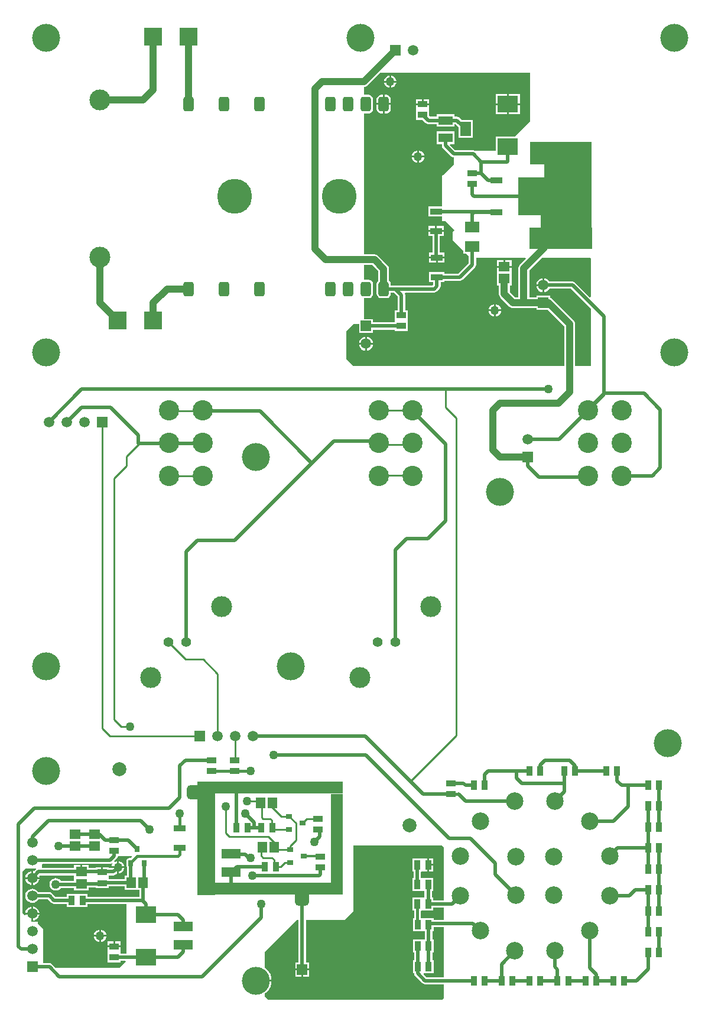
<source format=gtl>
G04*
G04 #@! TF.GenerationSoftware,Altium Limited,CircuitStudio,1.5.2 (30)*
G04*
G04 Layer_Physical_Order=1*
G04 Layer_Color=11767835*
%FSLAX25Y25*%
%MOIN*%
G70*
G01*
G75*
%ADD10R,0.07087X0.03543*%
%ADD11R,0.24410X0.21457*%
%ADD12R,0.11417X0.09449*%
%ADD13R,0.05315X0.03740*%
%ADD14R,0.06693X0.03740*%
G04:AMPARAMS|DCode=15|XSize=78.74mil|YSize=78.74mil|CornerRadius=19.69mil|HoleSize=0mil|Usage=FLASHONLY|Rotation=270.000|XOffset=0mil|YOffset=0mil|HoleType=Round|Shape=RoundedRectangle|*
%AMROUNDEDRECTD15*
21,1,0.07874,0.03937,0,0,270.0*
21,1,0.03937,0.07874,0,0,270.0*
1,1,0.03937,-0.01969,-0.01969*
1,1,0.03937,-0.01969,0.01969*
1,1,0.03937,0.01969,0.01969*
1,1,0.03937,0.01969,-0.01969*
%
%ADD15ROUNDEDRECTD15*%
%ADD16R,0.05512X0.06102*%
%ADD17R,0.06102X0.05512*%
%ADD18R,0.03740X0.05315*%
%ADD19R,0.11024X0.05512*%
G04:AMPARAMS|DCode=20|XSize=29.92mil|YSize=35.43mil|CornerRadius=7.48mil|HoleSize=0mil|Usage=FLASHONLY|Rotation=0.000|XOffset=0mil|YOffset=0mil|HoleType=Round|Shape=RoundedRectangle|*
%AMROUNDEDRECTD20*
21,1,0.02992,0.02047,0,0,0.0*
21,1,0.01496,0.03543,0,0,0.0*
1,1,0.01496,0.00748,-0.01024*
1,1,0.01496,-0.00748,-0.01024*
1,1,0.01496,-0.00748,0.01024*
1,1,0.01496,0.00748,0.01024*
%
%ADD20ROUNDEDRECTD20*%
%ADD21R,0.06299X0.07874*%
%ADD22R,0.07874X0.05118*%
G04:AMPARAMS|DCode=23|XSize=59.06mil|YSize=82.68mil|CornerRadius=14.76mil|HoleSize=0mil|Usage=FLASHONLY|Rotation=0.000|XOffset=0mil|YOffset=0mil|HoleType=Round|Shape=RoundedRectangle|*
%AMROUNDEDRECTD23*
21,1,0.05906,0.05315,0,0,0.0*
21,1,0.02953,0.08268,0,0,0.0*
1,1,0.02953,0.01476,-0.02658*
1,1,0.02953,-0.01476,-0.02658*
1,1,0.02953,-0.01476,0.02658*
1,1,0.02953,0.01476,0.02658*
%
%ADD23ROUNDEDRECTD23*%
%ADD24R,0.07874X0.05906*%
%ADD25R,0.03543X0.03150*%
%ADD26C,0.02000*%
%ADD27C,0.03937*%
%ADD28C,0.04000*%
%ADD29C,0.01000*%
%ADD30C,0.01500*%
%ADD31C,0.01181*%
%ADD32R,0.35000X0.13000*%
%ADD33R,0.27000X0.36000*%
%ADD34R,0.35177X0.12224*%
%ADD35R,0.10000X0.64000*%
%ADD36R,0.82000X0.07000*%
%ADD37R,0.07000X0.55000*%
%ADD38R,0.73000X0.07000*%
%ADD39R,0.05906X0.05906*%
%ADD40C,0.05906*%
%ADD41R,0.05906X0.05906*%
%ADD42C,0.11417*%
%ADD43C,0.11811*%
%ADD44C,0.05512*%
%ADD45C,0.15748*%
%ADD46R,0.09843X0.09843*%
%ADD47R,0.09843X0.09843*%
%ADD48C,0.19685*%
%ADD49C,0.09843*%
%ADD50C,0.07874*%
%ADD51C,0.05000*%
G36*
X292500Y504114D02*
X283913Y495528D01*
X273291D01*
Y487500D01*
X261572Y487500D01*
X261280Y487695D01*
X260500Y487850D01*
X250345D01*
X247326Y490869D01*
X247517Y491331D01*
X249728D01*
Y498449D01*
X239854D01*
Y491331D01*
X242752D01*
Y490520D01*
X242907Y489739D01*
X243349Y489078D01*
X248058Y484369D01*
X248720Y483927D01*
X249500Y483772D01*
Y480000D01*
X243500Y474000D01*
X243000Y473500D01*
Y456193D01*
X235154D01*
Y450453D01*
X243000D01*
Y448000D01*
X245000D01*
X250000Y443000D01*
X249000Y442000D01*
X249000Y437024D01*
X254906Y431118D01*
Y429512D01*
X256512D01*
X257961Y428063D01*
Y424156D01*
X252144Y418338D01*
X244346D01*
Y419169D01*
X235653D01*
Y413429D01*
X237961D01*
Y412156D01*
X237549Y411744D01*
X214001D01*
Y412362D01*
X213809Y413328D01*
X213262Y414148D01*
X212994Y414326D01*
Y420905D01*
X212892Y421680D01*
X212717Y422104D01*
X212593Y422403D01*
X212117Y423023D01*
X206842Y428298D01*
X206222Y428774D01*
X205711Y428986D01*
X205499Y429073D01*
X204724Y429175D01*
X199000D01*
Y508735D01*
X201476D01*
X202443Y508927D01*
X203262Y509475D01*
X203809Y510294D01*
X204001Y511260D01*
Y516575D01*
X203809Y517541D01*
X203262Y518360D01*
X202443Y518907D01*
X201476Y519100D01*
X199000D01*
Y523604D01*
X199594Y523683D01*
X199805Y523770D01*
X200316Y523982D01*
X200936Y524458D01*
X207975Y531496D01*
X292500D01*
X292500Y504114D01*
D02*
G37*
G36*
X207006Y419665D02*
Y414326D01*
X206738Y414148D01*
X206191Y413328D01*
X205999Y412362D01*
Y407047D01*
X206191Y406081D01*
X206738Y405262D01*
X207557Y404714D01*
X208524Y404522D01*
X211476D01*
X212443Y404714D01*
X213262Y405262D01*
X213809Y406081D01*
X214001Y407047D01*
Y407665D01*
X215762D01*
X217961Y405466D01*
Y397732D01*
X216342D01*
Y391992D01*
X216342D01*
Y391630D01*
X216342D01*
Y390799D01*
X203953D01*
Y392713D01*
X199000D01*
Y404522D01*
X201476D01*
X202443Y404714D01*
X203262Y405262D01*
X203809Y406081D01*
X204001Y407047D01*
Y412362D01*
X203809Y413328D01*
X203262Y414148D01*
X202443Y414695D01*
X201476Y414887D01*
X199000D01*
Y423187D01*
X203484D01*
X207006Y419665D01*
D02*
G37*
G36*
X13845Y82685D02*
X13868Y82500D01*
X12786Y81418D01*
X12311Y81480D01*
Y78059D01*
X15732D01*
X15670Y78534D01*
X16199Y79063D01*
X35319D01*
Y77346D01*
Y76039D01*
X27847D01*
X27496Y76496D01*
X26765Y77057D01*
X25914Y77410D01*
X25000Y77530D01*
X24086Y77410D01*
X23235Y77057D01*
X22504Y76496D01*
X21943Y75765D01*
X21590Y74914D01*
X21470Y74000D01*
X21590Y73086D01*
X21943Y72235D01*
X22504Y71504D01*
X23235Y70943D01*
X24086Y70590D01*
X25000Y70470D01*
X25914Y70590D01*
X26765Y70943D01*
X27496Y71504D01*
X27847Y71961D01*
X35319D01*
Y70653D01*
X43421D01*
Y72370D01*
X47524D01*
Y71835D01*
X54839D01*
Y72961D01*
X63898D01*
Y70949D01*
X72307D01*
Y67039D01*
X42921D01*
Y68657D01*
X37319D01*
X37181Y68657D01*
X37000D01*
X36819D01*
X36681Y68657D01*
X31079D01*
Y67039D01*
X24845D01*
X22883Y69001D01*
X22221Y69443D01*
X21441Y69598D01*
X15229D01*
X14630Y70378D01*
X13804Y71012D01*
X12843Y71410D01*
X11811Y71546D01*
X10779Y71410D01*
X9818Y71012D01*
X8992Y70378D01*
X8358Y69552D01*
X7960Y68591D01*
X7824Y67559D01*
X7960Y66527D01*
X8358Y65566D01*
X8992Y64740D01*
X9818Y64106D01*
X10779Y63708D01*
X11811Y63572D01*
X12843Y63708D01*
X13804Y64106D01*
X14630Y64740D01*
X15229Y65520D01*
X20596D01*
X22558Y63558D01*
X23220Y63116D01*
X24000Y62961D01*
X31079D01*
Y61343D01*
X36681D01*
X36819Y61343D01*
X37000D01*
X37181D01*
X37319Y61343D01*
X42921D01*
Y62961D01*
X65000D01*
Y34988D01*
X62011D01*
X61658Y35342D01*
Y35681D01*
X61658Y35819D01*
Y36000D01*
Y36181D01*
X61658Y36319D01*
Y38551D01*
X54343D01*
Y36319D01*
X54343Y36181D01*
Y36000D01*
Y35819D01*
X54343Y35681D01*
Y30079D01*
X61658D01*
Y30910D01*
X64256D01*
X64448Y30448D01*
X61000Y27000D01*
X24884D01*
X22883Y29001D01*
X22221Y29443D01*
X21441Y29598D01*
X18000D01*
Y49000D01*
X15000Y52000D01*
Y53000D01*
X11257D01*
X11151Y53155D01*
X11311Y53417D01*
Y57059D01*
X7890D01*
X7927Y56780D01*
X7453Y56547D01*
X6039Y57961D01*
Y81039D01*
X8000Y83000D01*
X13694D01*
X13845Y82685D01*
D02*
G37*
G36*
X244000Y54039D02*
X238205D01*
Y54839D01*
X232602D01*
X232465Y54839D01*
X232283D01*
X232102D01*
X231965Y54839D01*
X230733D01*
Y58989D01*
X231087Y59342D01*
X231681D01*
X231819Y59342D01*
X232000D01*
X232181D01*
X232319Y59342D01*
X237921D01*
Y60961D01*
X244000D01*
Y54039D01*
D02*
G37*
G36*
X67823Y90000D02*
X68015Y89538D01*
X67345Y88869D01*
X66512D01*
X65830Y88733D01*
X65251Y88347D01*
X64865Y87769D01*
X64729Y87087D01*
Y85039D01*
X64865Y84357D01*
X65221Y83825D01*
Y79051D01*
X63898D01*
Y77039D01*
X54839D01*
Y77575D01*
X54839D01*
Y77937D01*
X54839D01*
Y79063D01*
X57480D01*
X58261Y79218D01*
X58922Y79660D01*
X59468Y80206D01*
X59539Y80197D01*
Y83161D01*
X56216D01*
X56198Y83141D01*
X54839D01*
Y83677D01*
X51681D01*
Y80807D01*
X50681D01*
Y83677D01*
X47524D01*
Y83141D01*
X43421D01*
Y84858D01*
X39870D01*
Y81102D01*
X38870D01*
Y84858D01*
X35319D01*
Y83141D01*
X17252D01*
Y85252D01*
X17520Y85520D01*
X55559D01*
X56339Y85675D01*
X56756Y85954D01*
X57103Y85584D01*
X56982Y85426D01*
X56630Y84575D01*
X56575Y84161D01*
X59539D01*
Y87126D01*
X59126Y87071D01*
X58274Y86719D01*
X58010Y87126D01*
X59442Y88558D01*
X59884Y89220D01*
X60039Y90000D01*
X67823D01*
D02*
G37*
G36*
X244000Y21724D02*
X234160D01*
X232482Y23402D01*
X232689Y23902D01*
X238205D01*
Y31216D01*
X237374D01*
Y35713D01*
X238205D01*
Y43028D01*
X237374D01*
Y47524D01*
X238205D01*
Y49961D01*
X244000D01*
Y21724D01*
D02*
G37*
G36*
Y95000D02*
Y65039D01*
X237921D01*
Y66658D01*
X237090D01*
Y70342D01*
X237921D01*
Y77658D01*
X232319D01*
X232181Y77658D01*
X232000D01*
X231819D01*
X231681Y77658D01*
X230988D01*
Y80989D01*
X231342Y81343D01*
X231681D01*
X231819Y81343D01*
X232000D01*
X232181D01*
X232319Y81343D01*
X234551D01*
Y85000D01*
Y88657D01*
X232319D01*
X232181Y88657D01*
X232000D01*
X231819D01*
X231681Y88657D01*
X226079D01*
Y81343D01*
X226910D01*
Y77658D01*
X226079D01*
Y70342D01*
X231681D01*
X231819Y70342D01*
X232000D01*
X232181D01*
X232319Y70342D01*
X233012D01*
Y67011D01*
X232658Y66658D01*
X232319D01*
X232181Y66658D01*
X232000D01*
X231819D01*
X231681Y66658D01*
X226079D01*
Y59342D01*
X227165D01*
Y54839D01*
X226362D01*
Y47524D01*
X231965D01*
X232102Y47524D01*
X232283D01*
X232465D01*
X232602Y47524D01*
X233295D01*
Y43028D01*
X232465D01*
Y43028D01*
X232102D01*
Y43028D01*
X226362D01*
Y35713D01*
X227193D01*
Y31216D01*
X226362D01*
Y23902D01*
X227193D01*
Y23768D01*
X227348Y22987D01*
X227790Y22326D01*
X231873Y18243D01*
X232535Y17801D01*
X233315Y17646D01*
X244000D01*
Y11000D01*
Y10000D01*
X243000Y9000D01*
X145000D01*
X144000Y10000D01*
X143000Y11000D01*
Y12477D01*
X144100Y13380D01*
X145209Y14731D01*
X146034Y16273D01*
X146541Y17945D01*
X146663Y19185D01*
X137795D01*
Y20185D01*
X146663D01*
X146541Y21425D01*
X146034Y23097D01*
X145209Y24639D01*
X144100Y25990D01*
X143000Y26893D01*
Y33000D01*
Y36000D01*
X157000Y50000D01*
X161000Y54000D01*
X161961D01*
Y29953D01*
X160047D01*
Y26500D01*
X164000D01*
Y26000D01*
D01*
Y26500D01*
X167953D01*
Y29953D01*
X166039D01*
Y54000D01*
X188000D01*
X193000Y59000D01*
Y96000D01*
X243000D01*
X244000Y95000D01*
D02*
G37*
G36*
X326772Y426812D02*
Y405112D01*
X326310Y404921D01*
X317977Y413253D01*
X317316Y413695D01*
X316535Y413850D01*
X303418D01*
X302819Y414630D01*
X301993Y415264D01*
X301032Y415662D01*
X300500Y415732D01*
Y411811D01*
Y407890D01*
X301032Y407960D01*
X301993Y408358D01*
X302819Y408992D01*
X303418Y409772D01*
X315691D01*
X326772Y398691D01*
Y366142D01*
X317986D01*
Y389764D01*
X317883Y390547D01*
X317581Y391277D01*
X317100Y391903D01*
X305053Y403951D01*
X304426Y404431D01*
X304213Y404520D01*
X303953Y404628D01*
Y405764D01*
X296047D01*
Y404837D01*
X292026D01*
Y420058D01*
X299134Y427165D01*
X326418D01*
X326772Y426812D01*
D02*
G37*
G36*
X290113Y426703D02*
X286860Y423451D01*
X286380Y422824D01*
X286077Y422094D01*
X285974Y421311D01*
Y404837D01*
X284253D01*
X281026Y408064D01*
Y411709D01*
X282051D01*
Y418402D01*
Y421658D01*
X278000D01*
X273949D01*
Y418402D01*
Y411709D01*
X274974D01*
Y406811D01*
X275077Y406028D01*
X275379Y405298D01*
X275860Y404671D01*
X280860Y399671D01*
X281487Y399190D01*
X282217Y398888D01*
X283000Y398785D01*
X283000Y398785D01*
X296047D01*
Y397858D01*
X302587D01*
X311935Y388510D01*
Y366142D01*
X259842D01*
X192913Y366142D01*
X188976Y370079D01*
X188976Y385976D01*
X193000Y390000D01*
X196047D01*
Y384807D01*
X203953D01*
Y386721D01*
X216342D01*
Y385890D01*
X223657D01*
Y391630D01*
X223657D01*
Y391992D01*
X223657D01*
Y397732D01*
X222039D01*
Y406311D01*
X222039Y406311D01*
X221884Y407091D01*
X221795Y407225D01*
X222031Y407665D01*
X238394D01*
X239174Y407821D01*
X239836Y408263D01*
X241442Y409869D01*
X241884Y410531D01*
X242039Y411311D01*
Y413429D01*
X244346D01*
Y414260D01*
X252988D01*
X253769Y414415D01*
X254430Y414857D01*
X261442Y421869D01*
X261884Y422531D01*
X262039Y423311D01*
X262039Y423311D01*
Y427165D01*
X289922D01*
X290113Y426703D01*
D02*
G37*
%LPC*%
G36*
X60539Y87126D02*
Y84161D01*
X63504D01*
X63449Y84575D01*
X63097Y85426D01*
X62536Y86158D01*
X61804Y86719D01*
X60953Y87071D01*
X60539Y87126D01*
D02*
G37*
G36*
X237921Y84500D02*
X235551D01*
Y81343D01*
X237921D01*
Y84500D01*
D02*
G37*
G36*
X200500Y382681D02*
Y379260D01*
X203921D01*
X203851Y379792D01*
X203453Y380753D01*
X202819Y381579D01*
X201993Y382213D01*
X201032Y382611D01*
X200500Y382681D01*
D02*
G37*
G36*
X272138Y397138D02*
X269173D01*
X269228Y396724D01*
X269581Y395873D01*
X270142Y395142D01*
X270873Y394581D01*
X271724Y394228D01*
X272138Y394173D01*
Y397138D01*
D02*
G37*
G36*
X276102D02*
X273138D01*
Y394173D01*
X273552Y394228D01*
X274403Y394581D01*
X275134Y395142D01*
X275695Y395873D01*
X276048Y396724D01*
X276102Y397138D01*
D02*
G37*
G36*
X199500Y382681D02*
X198968Y382611D01*
X198007Y382213D01*
X197181Y381579D01*
X196547Y380753D01*
X196149Y379792D01*
X196079Y379260D01*
X199500D01*
Y382681D01*
D02*
G37*
G36*
X235551Y88657D02*
Y85500D01*
X237921D01*
Y88657D01*
X235551D01*
D02*
G37*
G36*
X199500Y378260D02*
X196079D01*
X196149Y377728D01*
X196547Y376766D01*
X197181Y375941D01*
X198007Y375307D01*
X198968Y374909D01*
X199500Y374839D01*
Y378260D01*
D02*
G37*
G36*
X203921D02*
X200500D01*
Y374839D01*
X201032Y374909D01*
X201993Y375307D01*
X202819Y375941D01*
X203453Y376766D01*
X203851Y377728D01*
X203921Y378260D01*
D02*
G37*
G36*
X49500Y44500D02*
X46536D01*
X46590Y44086D01*
X46943Y43235D01*
X47504Y42504D01*
X48235Y41943D01*
X49086Y41590D01*
X49500Y41536D01*
Y44500D01*
D02*
G37*
G36*
X53464D02*
X50500D01*
Y41536D01*
X50914Y41590D01*
X51765Y41943D01*
X52496Y42504D01*
X53057Y43235D01*
X53410Y44086D01*
X53464Y44500D01*
D02*
G37*
G36*
X49500Y48464D02*
X49086Y48410D01*
X48235Y48057D01*
X47504Y47496D01*
X46943Y46765D01*
X46590Y45914D01*
X46536Y45500D01*
X49500D01*
Y48464D01*
D02*
G37*
G36*
X61658Y41921D02*
X58500D01*
Y39551D01*
X61658D01*
Y41921D01*
D02*
G37*
G36*
X163500Y25500D02*
X160047D01*
Y22047D01*
X163500D01*
Y25500D01*
D02*
G37*
G36*
X167953D02*
X164500D01*
Y22047D01*
X167953D01*
Y25500D01*
D02*
G37*
G36*
X57500Y41921D02*
X54343D01*
Y39551D01*
X57500D01*
Y41921D01*
D02*
G37*
G36*
X50500Y48464D02*
Y45500D01*
X53464D01*
X53410Y45914D01*
X53057Y46765D01*
X52496Y47496D01*
X51765Y48057D01*
X50914Y48410D01*
X50500Y48464D01*
D02*
G37*
G36*
X11311Y77059D02*
X7890D01*
X7960Y76527D01*
X8358Y75566D01*
X8992Y74740D01*
X9818Y74106D01*
X10779Y73708D01*
X11311Y73638D01*
Y77059D01*
D02*
G37*
G36*
Y81480D02*
X10779Y81410D01*
X9818Y81012D01*
X8992Y80378D01*
X8358Y79553D01*
X7960Y78591D01*
X7890Y78059D01*
X11311D01*
Y81480D01*
D02*
G37*
G36*
X63504Y83161D02*
X60539D01*
Y80197D01*
X60953Y80251D01*
X61804Y80604D01*
X62536Y81165D01*
X63097Y81896D01*
X63449Y82748D01*
X63504Y83161D01*
D02*
G37*
G36*
X15732Y77059D02*
X12311D01*
Y73638D01*
X12843Y73708D01*
X13804Y74106D01*
X14630Y74740D01*
X15264Y75566D01*
X15662Y76527D01*
X15732Y77059D01*
D02*
G37*
G36*
Y57059D02*
X12311D01*
Y53638D01*
X12843Y53708D01*
X13804Y54106D01*
X14630Y54740D01*
X15264Y55566D01*
X15662Y56527D01*
X15732Y57059D01*
D02*
G37*
G36*
X11311Y61480D02*
X10779Y61410D01*
X9818Y61012D01*
X8992Y60378D01*
X8358Y59553D01*
X7960Y58591D01*
X7890Y58059D01*
X11311D01*
Y61480D01*
D02*
G37*
G36*
X12311D02*
Y58059D01*
X15732D01*
X15662Y58591D01*
X15264Y59553D01*
X14630Y60378D01*
X13804Y61012D01*
X12843Y61410D01*
X12311Y61480D01*
D02*
G37*
G36*
X214001Y513417D02*
X210500D01*
Y508735D01*
X211476D01*
X212443Y508927D01*
X213262Y509475D01*
X213809Y510294D01*
X214001Y511260D01*
Y513417D01*
D02*
G37*
G36*
X279500Y519543D02*
X273291D01*
Y514319D01*
X279500D01*
Y519543D01*
D02*
G37*
G36*
X286709D02*
X280500D01*
Y514319D01*
X286709D01*
Y519543D01*
D02*
G37*
G36*
X209500Y513417D02*
X205999D01*
Y511260D01*
X206191Y510294D01*
X206738Y509475D01*
X207557Y508927D01*
X208524Y508735D01*
X209500D01*
Y513417D01*
D02*
G37*
G36*
X235658Y513362D02*
X228343D01*
Y511130D01*
X228343Y510992D01*
Y510811D01*
Y510630D01*
X228343Y510492D01*
Y504890D01*
X231986D01*
X233586Y503290D01*
X234247Y502848D01*
X235028Y502693D01*
X235028Y502693D01*
X239854D01*
Y501173D01*
X249728D01*
Y502693D01*
X250443D01*
X252059Y501077D01*
Y494874D01*
X260358D01*
Y504748D01*
X254155D01*
X252729Y506174D01*
X252068Y506616D01*
X251287Y506772D01*
X249728D01*
Y508291D01*
X239854D01*
Y506772D01*
X236069D01*
X235658Y507183D01*
Y510492D01*
X235658Y510630D01*
Y510811D01*
Y510992D01*
X235658Y511130D01*
Y513362D01*
D02*
G37*
G36*
X279500Y513319D02*
X273291D01*
Y508095D01*
X279500D01*
Y513319D01*
D02*
G37*
G36*
X286709D02*
X280500D01*
Y508095D01*
X286709D01*
Y513319D01*
D02*
G37*
G36*
X231500Y516732D02*
X228343D01*
Y514362D01*
X231500D01*
Y516732D01*
D02*
G37*
G36*
X217047Y526075D02*
X214083D01*
Y523110D01*
X214496Y523165D01*
X215348Y523518D01*
X216079Y524079D01*
X216640Y524810D01*
X216993Y525661D01*
X217047Y526075D01*
D02*
G37*
G36*
X213083Y530039D02*
X212669Y529985D01*
X211818Y529632D01*
X211087Y529071D01*
X210525Y528340D01*
X210173Y527489D01*
X210118Y527075D01*
X213083D01*
Y530039D01*
D02*
G37*
G36*
X214083D02*
Y527075D01*
X217047D01*
X216993Y527489D01*
X216640Y528340D01*
X216079Y529071D01*
X215348Y529632D01*
X214496Y529985D01*
X214083Y530039D01*
D02*
G37*
G36*
X213083Y526075D02*
X210118D01*
X210173Y525661D01*
X210525Y524810D01*
X211087Y524079D01*
X211818Y523518D01*
X212669Y523165D01*
X213083Y523110D01*
Y526075D01*
D02*
G37*
G36*
X235658Y516732D02*
X232500D01*
Y514362D01*
X235658D01*
Y516732D01*
D02*
G37*
G36*
X209500Y519100D02*
X208524D01*
X207557Y518907D01*
X206738Y518360D01*
X206191Y517541D01*
X205999Y516575D01*
Y514417D01*
X209500D01*
Y519100D01*
D02*
G37*
G36*
X211476D02*
X210500D01*
Y514417D01*
X214001D01*
Y516575D01*
X213809Y517541D01*
X213262Y518360D01*
X212443Y518907D01*
X211476Y519100D01*
D02*
G37*
G36*
X277500Y425913D02*
X273949D01*
Y422657D01*
X277500D01*
Y425913D01*
D02*
G37*
G36*
X282051D02*
X278500D01*
Y422657D01*
X282051D01*
Y425913D01*
D02*
G37*
G36*
X239500Y426823D02*
X235653D01*
Y424453D01*
X239500D01*
Y426823D01*
D02*
G37*
G36*
X299500Y415732D02*
X298968Y415662D01*
X298007Y415264D01*
X297181Y414630D01*
X296547Y413804D01*
X296149Y412843D01*
X296079Y412311D01*
X299500D01*
Y415732D01*
D02*
G37*
G36*
X272138Y401102D02*
X271724Y401048D01*
X270873Y400695D01*
X270142Y400134D01*
X269581Y399403D01*
X269228Y398552D01*
X269173Y398138D01*
X272138D01*
Y401102D01*
D02*
G37*
G36*
X273138D02*
Y398138D01*
X276102D01*
X276048Y398552D01*
X275695Y399403D01*
X275134Y400134D01*
X274403Y400695D01*
X273552Y401048D01*
X273138Y401102D01*
D02*
G37*
G36*
X299500Y411311D02*
X296079D01*
X296149Y410779D01*
X296547Y409818D01*
X297181Y408992D01*
X298007Y408358D01*
X298968Y407960D01*
X299500Y407890D01*
Y411311D01*
D02*
G37*
G36*
X244346Y426823D02*
X240500D01*
Y424453D01*
X244346D01*
Y426823D01*
D02*
G37*
G36*
X232795Y483752D02*
X229831D01*
Y480788D01*
X230244Y480842D01*
X231096Y481195D01*
X231827Y481756D01*
X232388Y482487D01*
X232741Y483338D01*
X232795Y483752D01*
D02*
G37*
G36*
X228831Y487716D02*
X228417Y487662D01*
X227566Y487309D01*
X226835Y486748D01*
X226273Y486017D01*
X225921Y485166D01*
X225866Y484752D01*
X228831D01*
Y487716D01*
D02*
G37*
G36*
X229831D02*
Y484752D01*
X232795D01*
X232741Y485166D01*
X232388Y486017D01*
X231827Y486748D01*
X231096Y487309D01*
X230244Y487662D01*
X229831Y487716D01*
D02*
G37*
G36*
X228831Y483752D02*
X225866D01*
X225921Y483338D01*
X226273Y482487D01*
X226835Y481756D01*
X227566Y481195D01*
X228417Y480842D01*
X228831Y480788D01*
Y483752D01*
D02*
G37*
G36*
X239500Y442299D02*
D01*
Y441799D01*
X235154D01*
Y439429D01*
X237461D01*
Y435039D01*
Y430193D01*
X235653D01*
Y427823D01*
X244346D01*
Y430193D01*
X241539D01*
Y435039D01*
Y439429D01*
X243847D01*
Y441799D01*
X239500D01*
Y442299D01*
D02*
G37*
G36*
X239000Y445169D02*
X235154D01*
Y442799D01*
X239000D01*
Y445169D01*
D02*
G37*
G36*
X243847D02*
X240000D01*
Y442799D01*
X243847D01*
Y445169D01*
D02*
G37*
%LPD*%
D10*
X273465Y470787D02*
D03*
Y452835D02*
D03*
D11*
X297874Y461811D02*
D03*
D12*
X280000Y489803D02*
D03*
Y513819D02*
D03*
X76000Y32992D02*
D03*
Y57008D02*
D03*
D13*
X232000Y507760D02*
D03*
Y513862D02*
D03*
X260000Y468760D02*
D03*
Y474862D02*
D03*
X248000Y124949D02*
D03*
Y131051D02*
D03*
X51181Y80807D02*
D03*
Y74705D02*
D03*
X58000Y99051D02*
D03*
Y92949D02*
D03*
X113000Y137949D02*
D03*
Y144051D02*
D03*
X126000D02*
D03*
Y137949D02*
D03*
X174213Y89665D02*
D03*
Y83563D02*
D03*
X173000Y104949D02*
D03*
Y111051D02*
D03*
X58000Y39051D02*
D03*
Y32949D02*
D03*
X220000Y394862D02*
D03*
Y388760D02*
D03*
D14*
X239500Y442299D02*
D03*
Y453323D02*
D03*
X240000Y427323D02*
D03*
Y416299D02*
D03*
X95000Y105512D02*
D03*
Y94488D02*
D03*
D15*
X103000Y126000D02*
D03*
X164000Y66000D02*
D03*
D16*
X74347Y75000D02*
D03*
X67654D02*
D03*
X148346Y95000D02*
D03*
X141654D02*
D03*
X147346Y120000D02*
D03*
X140654D02*
D03*
D17*
X39370Y74410D02*
D03*
Y81102D02*
D03*
X36000Y102347D02*
D03*
Y95653D02*
D03*
X47000Y102347D02*
D03*
Y95653D02*
D03*
X278000Y422157D02*
D03*
Y415465D02*
D03*
D18*
X260728Y129921D02*
D03*
X266831D02*
D03*
X292224Y137795D02*
D03*
X298327D02*
D03*
X311909D02*
D03*
X318012D02*
D03*
X335531D02*
D03*
X341634D02*
D03*
X359154Y129921D02*
D03*
X365256D02*
D03*
Y106299D02*
D03*
X359154D02*
D03*
X365256Y118110D02*
D03*
X359154D02*
D03*
Y94488D02*
D03*
X365256D02*
D03*
X359154Y82677D02*
D03*
X365256D02*
D03*
Y59055D02*
D03*
X359154D02*
D03*
X365256Y70866D02*
D03*
X359154D02*
D03*
X365256Y47244D02*
D03*
X359154D02*
D03*
Y35433D02*
D03*
X365256D02*
D03*
X339469Y19685D02*
D03*
X345571D02*
D03*
X323721D02*
D03*
X329823D02*
D03*
X307972D02*
D03*
X314075D02*
D03*
X292224D02*
D03*
X298327D02*
D03*
X276476D02*
D03*
X282579D02*
D03*
X260728D02*
D03*
X266831D02*
D03*
X235335Y39370D02*
D03*
X229232D02*
D03*
X235335Y27559D02*
D03*
X229232D02*
D03*
Y51181D02*
D03*
X235335D02*
D03*
X235051Y63000D02*
D03*
X228949D02*
D03*
X235051Y85000D02*
D03*
X228949D02*
D03*
Y74000D02*
D03*
X235051D02*
D03*
X40051Y65000D02*
D03*
X33949D02*
D03*
X149051Y84000D02*
D03*
X142949D02*
D03*
X147051Y106000D02*
D03*
X140949D02*
D03*
X133051D02*
D03*
X126949D02*
D03*
D19*
X97000Y39882D02*
D03*
Y50118D02*
D03*
X124000Y91118D02*
D03*
Y80882D02*
D03*
D20*
X74740Y86063D02*
D03*
X67260D02*
D03*
X71000Y93937D02*
D03*
D21*
X256209Y499811D02*
D03*
D22*
X244791Y494890D02*
D03*
Y504732D02*
D03*
D23*
X100000Y513917D02*
D03*
X120000D02*
D03*
X140000D02*
D03*
X180000D02*
D03*
X190000D02*
D03*
X200000D02*
D03*
X210000D02*
D03*
Y409705D02*
D03*
X200000D02*
D03*
X190000D02*
D03*
X180000D02*
D03*
X140000D02*
D03*
X120000D02*
D03*
X100000D02*
D03*
D24*
X259842Y444488D02*
D03*
Y433465D02*
D03*
D25*
X164937Y90000D02*
D03*
X157063Y86260D02*
D03*
Y93740D02*
D03*
X164339Y108653D02*
D03*
X156465Y104913D02*
D03*
Y112394D02*
D03*
D26*
X280000Y481898D02*
Y489803D01*
X279465Y481362D02*
X280000Y481898D01*
X264949Y481362D02*
X279465D01*
X260500Y485811D02*
X264949Y481362D01*
X57480Y81102D02*
X60039Y83661D01*
X15354Y81102D02*
X57480D01*
X11811Y77559D02*
X15354Y81102D01*
X38370Y74000D02*
X39370Y75000D01*
X25000Y74000D02*
X38370D01*
X51181Y75000D02*
X67654D01*
X39370Y74410D02*
X50886D01*
X276575Y423583D02*
X278000Y422157D01*
X260000Y423311D02*
Y433465D01*
X252988Y416299D02*
X260000Y423311D01*
X239500Y435039D02*
Y442299D01*
Y427823D02*
Y435039D01*
X323622Y303543D02*
X325984Y301181D01*
X297638Y303543D02*
X323622D01*
X291339Y309842D02*
X297638Y303543D01*
X291339Y309842D02*
Y314961D01*
X361417Y304331D02*
X366000Y308913D01*
X344153Y304331D02*
X361417D01*
X366000Y308913D02*
Y341480D01*
X334587Y350787D02*
X356693D01*
X328287Y344488D02*
X334587Y350787D01*
X356693D02*
X366000Y341480D01*
X308760Y324961D02*
X325138Y341339D01*
X291339Y324961D02*
X308760D01*
X334193Y350394D02*
Y393701D01*
X325138Y341339D02*
X334193Y350394D01*
X205972Y323890D02*
X207028Y322835D01*
X181890Y323890D02*
X205972D01*
X169291Y311291D02*
X181890Y323890D01*
X169291Y311291D02*
Y311709D01*
X126000Y268000D02*
X169291Y311291D01*
X140055Y340945D02*
X169291Y311709D01*
X225984Y341339D02*
X245000Y322323D01*
Y279000D02*
Y322323D01*
X102815Y340945D02*
X140055D01*
X56000Y343000D02*
X71653Y327346D01*
Y322654D02*
Y327346D01*
X71441Y322441D02*
X107874D01*
X39685Y353150D02*
X245000D01*
X21181Y334646D02*
X39685Y353150D01*
X316535Y411811D02*
X334193Y394153D01*
X300000Y411811D02*
X316535D01*
X297874Y459437D02*
X300500Y456811D01*
X297874Y459437D02*
Y461811D01*
X210000Y409705D02*
X216606D01*
X240000Y411311D02*
Y416299D01*
X238394Y409705D02*
X240000Y411311D01*
X216606Y409705D02*
X238394D01*
X200000Y388760D02*
X220000D01*
X244791Y490520D02*
Y494890D01*
Y490520D02*
X249500Y485811D01*
X260500D01*
X264949Y474862D02*
Y481362D01*
X251287Y504732D02*
X256209Y499811D01*
X244791Y504732D02*
X251287D01*
X235028D02*
X244791D01*
X232000Y507760D02*
X235028Y504732D01*
X220000Y394862D02*
Y406311D01*
X216606Y409705D02*
X220000Y406311D01*
X240000Y416299D02*
X252988D01*
X239500Y427823D02*
X240000Y427323D01*
X272976Y453323D02*
X273465Y452835D01*
X239500Y453323D02*
X272976D01*
X261024Y452835D02*
X273465D01*
X260000Y451811D02*
X261024Y452835D01*
X260000Y447323D02*
Y451811D01*
X261000Y461811D02*
X297874D01*
X260000Y462811D02*
X261000Y461811D01*
X260000Y462811D02*
Y468760D01*
Y474862D02*
X264949D01*
X269024Y470787D01*
X273465D01*
X31181Y334646D02*
X39535Y343000D01*
X56000D01*
X164000Y26000D02*
Y66000D01*
X26654Y95653D02*
X36000D01*
X47000D01*
X126949Y128949D02*
X127000Y129000D01*
X126949Y106000D02*
Y128949D01*
X123000Y73000D02*
X124000Y74000D01*
Y80882D01*
X127118Y84000D01*
X142949D01*
X134000Y89000D02*
X135000D01*
X132000Y91000D02*
X134000Y89000D01*
X136000Y79000D02*
X173488D01*
X73000Y110000D02*
X78000Y105000D01*
X21000Y110000D02*
X73000D01*
X11811Y100811D02*
X21000Y110000D01*
X11811Y97559D02*
Y100811D01*
X89000Y117000D02*
X95000Y123000D01*
X13000Y117000D02*
X89000D01*
X4000Y108000D02*
X13000Y117000D01*
X4000Y39000D02*
Y108000D01*
Y39000D02*
X5441Y37559D01*
X11811D01*
X95000Y123000D02*
Y141000D01*
X98051Y144051D01*
X113000D01*
X58000Y90000D02*
Y92949D01*
X55559Y87559D02*
X58000Y90000D01*
X11811Y87559D02*
X55559D01*
X47000Y102347D02*
X49654D01*
X52949Y99051D01*
X74347Y65346D02*
Y75000D01*
X74000Y65000D02*
X74347Y65346D01*
X273000Y79583D02*
X284559Y68024D01*
X273000Y79583D02*
Y86000D01*
X259000Y100000D02*
X273000Y86000D01*
X247000Y100000D02*
X259000D01*
X200000Y147000D02*
X247000Y100000D01*
X148000Y147000D02*
X200000D01*
X256047Y120953D02*
X283965D01*
X252051Y124949D02*
X256047Y120953D01*
X248000Y131051D02*
X254949D01*
X256079Y129921D01*
X260728D01*
X311909Y131000D02*
Y137795D01*
Y126276D02*
Y131000D01*
X285000Y137795D02*
X292224D01*
X268795D02*
X285000D01*
X288000Y131000D02*
X311909D01*
X285000Y134000D02*
X288000Y131000D01*
X285000Y134000D02*
Y137795D01*
X266831Y129921D02*
Y135831D01*
X268795Y137795D01*
X298327D02*
Y141327D01*
X301000Y144000D01*
X315000D01*
X318012Y140988D01*
Y137795D02*
Y140988D01*
X306587Y120953D02*
X311909Y126276D01*
X318012Y137795D02*
X335531D01*
X348000Y129921D02*
X359154D01*
X344079D02*
X348000D01*
Y118000D02*
Y129921D01*
X339642Y109642D02*
X348000Y118000D01*
X326177Y109642D02*
X339642D01*
X341634Y132366D02*
Y137795D01*
Y132366D02*
X344079Y129921D01*
X365256Y118110D02*
Y129921D01*
X359154Y106299D02*
Y118110D01*
X365256Y106299D02*
Y118110D01*
Y82677D02*
Y94488D01*
X359154D02*
Y106299D01*
Y82677D02*
Y94488D01*
X337488Y90051D02*
X341925Y94488D01*
X359154D01*
X365256Y70866D02*
Y82677D01*
Y59055D02*
Y70866D01*
X337488Y67429D02*
X348429D01*
X351866Y70866D01*
X359154D01*
Y59055D02*
Y70866D01*
Y47244D02*
Y59055D01*
X365256Y35433D02*
Y47244D01*
X359154Y26153D02*
Y35433D01*
X352685Y19685D02*
X359154Y26153D01*
X345571Y19685D02*
X352685D01*
X329823D02*
X339469D01*
X326177Y26823D02*
Y47839D01*
Y26823D02*
X329823Y23177D01*
Y19685D02*
Y23177D01*
X314075Y19685D02*
X323721D01*
X306587Y27413D02*
Y36528D01*
Y27413D02*
X307972Y26028D01*
Y19685D02*
Y26028D01*
X298327Y19685D02*
X307972D01*
X282579D02*
X292224D01*
X260213Y52000D02*
X264374Y47839D01*
X236154Y52000D02*
X260213D01*
X235335Y51181D02*
X236154Y52000D01*
X276476Y29039D02*
X283965Y36528D01*
X276476Y19685D02*
Y29039D01*
X266831Y19685D02*
X276476D01*
X233315D02*
X260728D01*
X229232Y23768D02*
X233315Y19685D01*
X229232Y23768D02*
Y27559D01*
Y39370D01*
X235335Y27559D02*
Y39370D01*
Y51181D01*
X248634Y63000D02*
X253063Y67429D01*
X235051Y63000D02*
X248634D01*
X235051D02*
Y74000D01*
X228949D02*
Y85000D01*
X11811Y27559D02*
X21441D01*
X27000Y22000D01*
X171000Y98000D02*
X174000Y101000D01*
Y104949D01*
X126000Y91000D02*
X132000D01*
X137000Y106000D02*
X140949D01*
X133051D02*
X137000D01*
X132000Y114000D02*
X137000Y109000D01*
Y106000D02*
Y109000D01*
X67260Y86063D02*
Y86260D01*
X75957Y32949D02*
X76000Y32992D01*
X58000Y32949D02*
X75957D01*
X97000Y36000D02*
Y39882D01*
X93992Y32992D02*
X97000Y36000D01*
X76000Y32992D02*
X93992D01*
X97000Y50118D02*
Y54000D01*
X93992Y57008D02*
X97000Y54000D01*
X76000Y57008D02*
X93992D01*
X76000D02*
Y63000D01*
X74000Y65000D02*
X76000Y63000D01*
X40051Y65000D02*
X74000D01*
X11811Y67559D02*
X21441D01*
X24000Y65000D01*
X33949D01*
X65886Y99051D02*
X71000Y93937D01*
X58000Y99051D02*
X65886D01*
X52949D02*
X58000D01*
X36000Y102347D02*
X47000D01*
X74740Y75394D02*
Y86063D01*
X67260Y75394D02*
Y86063D01*
X136299Y157480D02*
X199520D01*
X232051Y124949D02*
X248000D01*
X98425Y210472D02*
Y261425D01*
X105000Y268000D01*
X126000D01*
X216535Y210630D02*
Y262535D01*
X223000Y269000D01*
X235000D01*
X245000Y279000D01*
Y353331D02*
X303000D01*
X199520Y157480D02*
X224500Y132500D01*
X232051Y124949D01*
X173488Y79000D02*
X174213Y79724D01*
Y83563D01*
X27000Y22000D02*
X107630D01*
X141000Y55370D01*
Y63000D01*
D27*
X210000Y409705D02*
Y420905D01*
X204724Y426181D02*
X210000Y420905D01*
X177165Y426181D02*
X204724D01*
X171260Y432087D02*
X177165Y426181D01*
X171260Y432087D02*
Y522638D01*
X175197Y526575D01*
X198819D01*
X216535Y544291D01*
D28*
X275590Y345276D02*
X308661D01*
X271654Y341339D02*
X275590Y345276D01*
X271654Y318898D02*
Y341339D01*
X308661Y345276D02*
X314961Y351575D01*
Y389764D01*
X80000Y521811D02*
Y551811D01*
X74291Y516102D02*
X80000Y521811D01*
X50000Y516102D02*
X74291D01*
X50000Y401811D02*
X60000Y391811D01*
X50000Y401811D02*
Y427520D01*
X80000Y391811D02*
Y401811D01*
X87894Y409705D01*
X100000Y513917D02*
Y551811D01*
X275590Y314961D02*
X291339D01*
X271654Y318898D02*
X275590Y314961D01*
X302913Y401811D02*
X314961Y389764D01*
X300000Y401811D02*
X302913D01*
X289000D02*
X300000D01*
X283000D02*
X289000D01*
Y421311D01*
X300500Y432811D01*
Y456811D01*
X278000Y406811D02*
Y415465D01*
Y406811D02*
X283000Y401811D01*
X87894Y409705D02*
X100000D01*
D29*
X207028Y322047D02*
X222106D01*
X207028Y341339D02*
X225984D01*
X251000Y158000D02*
Y336795D01*
X245000Y342795D02*
X251000Y336795D01*
X245000Y342795D02*
Y353150D01*
X88917Y340945D02*
X102815D01*
X65000Y315394D02*
X72835Y323228D01*
X65000Y310000D02*
Y315394D01*
X88425Y210472D02*
X98110Y200787D01*
X108110D01*
X51181Y161819D02*
X55520Y157480D01*
X106299D01*
X51181Y161819D02*
Y334646D01*
X58000Y303000D02*
X65000Y310000D01*
X58000Y167000D02*
Y303000D01*
X141307Y111693D02*
Y119346D01*
X139654Y121000D02*
X141307Y119346D01*
X133000Y121000D02*
X139654D01*
X147000Y117528D02*
Y120000D01*
X121000Y103000D02*
Y118000D01*
X166685Y111000D02*
X173000D01*
X164339Y108653D02*
X166685Y111000D01*
X123000Y101000D02*
X145000D01*
X121000Y103000D02*
X123000Y101000D01*
X134949Y137949D02*
X135000Y138000D01*
X148346Y95000D02*
Y97654D01*
X145000Y101000D02*
X148346Y97654D01*
X152134Y112394D02*
X156465D01*
X147000Y117528D02*
X152134Y112394D01*
X156465D02*
X156661D01*
X160402Y108653D01*
Y99000D02*
Y108653D01*
X141307Y111693D02*
X142000Y111000D01*
X146000D01*
X146819Y110181D01*
Y104913D02*
Y110181D01*
Y104913D02*
X156465D01*
X140717Y90284D02*
Y92905D01*
Y90284D02*
X142000Y89000D01*
X147000D01*
X149606Y93740D02*
X157063D01*
X147000Y89000D02*
X148051Y87949D01*
Y84000D02*
Y87949D01*
X154260Y86260D02*
X157063D01*
X152000Y84000D02*
X154260Y86260D01*
X148051Y84000D02*
X152000D01*
X157063Y95661D02*
X160402Y99000D01*
X157063Y93740D02*
Y95661D01*
X126299Y144350D02*
Y157480D01*
X126000Y144051D02*
X126299Y144350D01*
X88917Y304331D02*
X107933D01*
X208268Y304724D02*
X227284D01*
X108110Y200787D02*
X116299Y192598D01*
Y157480D02*
Y192598D01*
X224500Y132500D02*
X225500D01*
X251000Y158000D01*
X58000Y167000D02*
X62000Y163000D01*
X67000D01*
D30*
X228949Y51465D02*
Y63000D01*
X248000Y124949D02*
X252051D01*
X113000Y137949D02*
X126000D01*
X134949D01*
X95000Y105512D02*
Y114000D01*
Y91000D02*
Y94488D01*
X94000Y90000D02*
X95000Y91000D01*
X71000Y90000D02*
X94000D01*
X67260Y86260D02*
X71000Y90000D01*
D31*
X164937D02*
X173878D01*
D32*
X310000Y486311D02*
D03*
D33*
X314000Y462311D02*
D03*
D34*
X309911Y438199D02*
D03*
D35*
X110000Y100000D02*
D03*
D36*
X146000Y71500D02*
D03*
D37*
X183500Y97500D02*
D03*
D38*
X150500Y128500D02*
D03*
D39*
X216535Y544291D02*
D03*
X106299Y157480D02*
D03*
X51181Y334646D02*
D03*
D40*
X226535Y544291D02*
D03*
X11811Y37559D02*
D03*
Y47559D02*
D03*
Y57559D02*
D03*
Y67559D02*
D03*
Y77559D02*
D03*
Y87559D02*
D03*
Y97559D02*
D03*
X116299Y157480D02*
D03*
X126299D02*
D03*
X136299D02*
D03*
X300000Y411811D02*
D03*
X291339Y324961D02*
D03*
X41181Y334646D02*
D03*
X31181D02*
D03*
X21181D02*
D03*
X200000Y378760D02*
D03*
D41*
X11811Y27559D02*
D03*
X164000Y26000D02*
D03*
X300000Y401811D02*
D03*
X291339Y314961D02*
D03*
X200000Y388760D02*
D03*
D42*
X226043Y341339D02*
D03*
Y322835D02*
D03*
Y304331D02*
D03*
X207028Y341339D02*
D03*
Y322835D02*
D03*
Y304331D02*
D03*
X88917D02*
D03*
Y322835D02*
D03*
Y341339D02*
D03*
X107933Y304331D02*
D03*
Y322835D02*
D03*
Y341339D02*
D03*
X344153D02*
D03*
Y322835D02*
D03*
Y304331D02*
D03*
X325138Y341339D02*
D03*
Y322835D02*
D03*
Y304331D02*
D03*
D43*
X196535Y190630D02*
D03*
X236535Y230630D02*
D03*
X118425Y230472D02*
D03*
X78425Y190472D02*
D03*
X50000Y516102D02*
D03*
Y427520D02*
D03*
D44*
X206535Y210630D02*
D03*
X216535D02*
D03*
X98425Y210472D02*
D03*
X88425D02*
D03*
D45*
X275590Y295276D02*
D03*
X157480Y196850D02*
D03*
X137795Y314961D02*
D03*
X19685Y137795D02*
D03*
X137795Y19685D02*
D03*
X19685Y196850D02*
D03*
X370079Y153543D02*
D03*
X196850Y551181D02*
D03*
X374016Y374016D02*
D03*
Y551181D02*
D03*
X19685Y374016D02*
D03*
Y551181D02*
D03*
D46*
X80000Y391811D02*
D03*
X60000D02*
D03*
D47*
X100000Y551811D02*
D03*
X80000D02*
D03*
D48*
X184772Y461811D02*
D03*
X125716D02*
D03*
D49*
X284559Y89457D02*
D03*
X305992Y68024D02*
D03*
Y89457D02*
D03*
X253063Y90051D02*
D03*
X264374Y109642D02*
D03*
X283965Y120953D02*
D03*
X306587D02*
D03*
X326177Y109642D02*
D03*
X337488Y90051D02*
D03*
Y67429D02*
D03*
X326177Y47839D02*
D03*
X306587Y36528D02*
D03*
X283965D02*
D03*
X264374Y47839D02*
D03*
X253063Y67429D02*
D03*
X284559Y68024D02*
D03*
D50*
X61024Y138779D02*
D03*
X224410Y107283D02*
D03*
D51*
X272638Y397638D02*
D03*
X229331Y484252D02*
D03*
X213583Y526575D02*
D03*
X60039Y83661D02*
D03*
X50000Y45000D02*
D03*
X121000Y118000D02*
D03*
X25000Y74000D02*
D03*
X26654Y95653D02*
D03*
X135000Y89000D02*
D03*
X136000Y79000D02*
D03*
X78000Y105000D02*
D03*
X148000Y147000D02*
D03*
X141000Y63000D02*
D03*
X171000Y98000D02*
D03*
X132000Y114000D02*
D03*
X133000Y121000D02*
D03*
X135000Y138000D02*
D03*
X95000Y114000D02*
D03*
X303000Y353331D02*
D03*
X67000Y163000D02*
D03*
X144685Y128937D02*
D03*
X160433D02*
D03*
X183071D02*
D03*
X125000D02*
D03*
X109252D02*
D03*
Y109252D02*
D03*
X110236Y71850D02*
D03*
X109252Y90551D02*
D03*
X183071D02*
D03*
Y70866D02*
D03*
X164370D02*
D03*
X131890D02*
D03*
X150591D02*
D03*
X183071Y110236D02*
D03*
M02*

</source>
